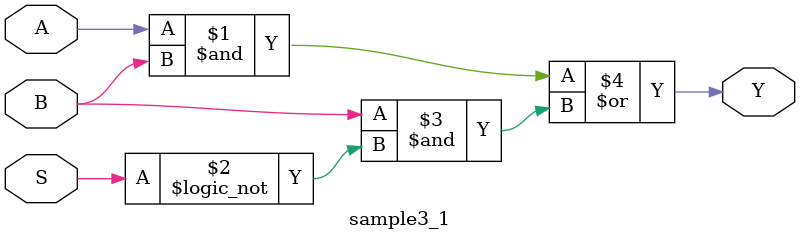
<source format=v>
module sample3_1(Y,A,B,S);
    input A,B,S;
    output Y;
    assign Y = A & B | B & !S;
endmodule
</source>
